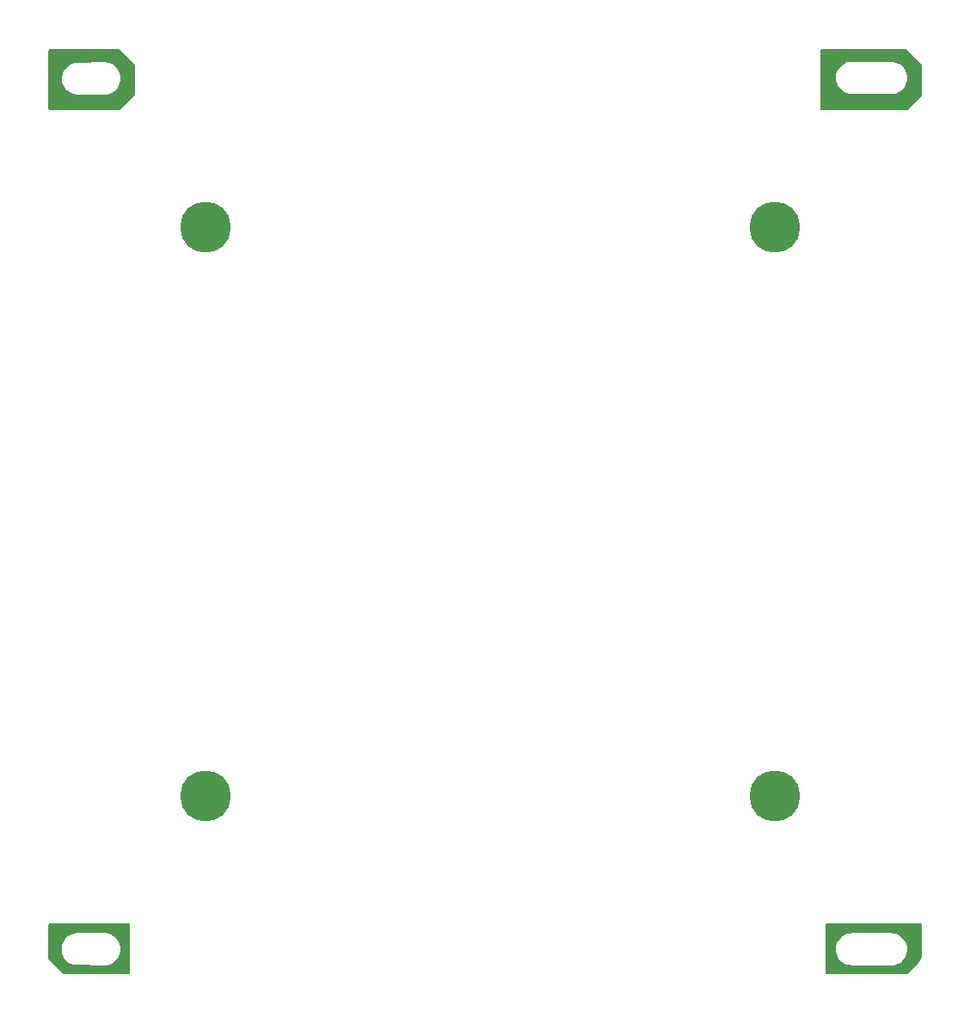
<source format=gbr>
%TF.GenerationSoftware,KiCad,Pcbnew,(6.0.2-0)*%
%TF.CreationDate,2023-01-12T00:58:35-06:00*%
%TF.ProjectId,cosmic_watch_remix_V1,636f736d-6963-45f7-9761-7463685f7265,rev?*%
%TF.SameCoordinates,Original*%
%TF.FileFunction,Soldermask,Bot*%
%TF.FilePolarity,Negative*%
%FSLAX46Y46*%
G04 Gerber Fmt 4.6, Leading zero omitted, Abs format (unit mm)*
G04 Created by KiCad (PCBNEW (6.0.2-0)) date 2023-01-12 00:58:35*
%MOMM*%
%LPD*%
G01*
G04 APERTURE LIST*
%ADD10C,5.000000*%
G04 APERTURE END LIST*
D10*
%TO.C,*%
X36000000Y-122000000D03*
%TD*%
%TO.C,*%
X92000000Y-66000000D03*
%TD*%
%TO.C,*%
X92000000Y-122000000D03*
%TD*%
%TO.C,*%
X36000000Y-66000000D03*
%TD*%
G36*
X28442121Y-134520002D02*
G01*
X28488614Y-134573658D01*
X28500000Y-134626000D01*
X28500000Y-139374000D01*
X28479998Y-139442121D01*
X28426342Y-139488614D01*
X28374000Y-139500000D01*
X22052190Y-139500000D01*
X21984069Y-139479998D01*
X21963095Y-139463095D01*
X20536905Y-138036905D01*
X20502879Y-137974593D01*
X20500000Y-137947810D01*
X20500000Y-137121781D01*
X21788843Y-137121781D01*
X21789471Y-137131709D01*
X21823378Y-137368565D01*
X21825559Y-137378262D01*
X21896328Y-137606838D01*
X21900008Y-137616069D01*
X22005868Y-137830650D01*
X22010960Y-137839197D01*
X22149281Y-138034446D01*
X22155640Y-138042066D01*
X22322978Y-138213119D01*
X22330457Y-138219643D01*
X22522627Y-138362221D01*
X22531050Y-138367493D01*
X22743262Y-138478043D01*
X22752405Y-138481922D01*
X22979371Y-138557692D01*
X22989026Y-138560087D01*
X23225180Y-138599202D01*
X23234882Y-138600044D01*
X25977446Y-138624984D01*
X25982939Y-138624793D01*
X26225559Y-138605698D01*
X26235306Y-138604155D01*
X26469813Y-138547854D01*
X26479198Y-138544805D01*
X26702009Y-138452514D01*
X26710803Y-138448033D01*
X26916437Y-138322020D01*
X26924419Y-138316220D01*
X27107807Y-138159593D01*
X27114782Y-138152618D01*
X27271409Y-137969230D01*
X27277209Y-137961248D01*
X27403222Y-137755614D01*
X27407703Y-137746820D01*
X27499994Y-137524009D01*
X27503043Y-137514624D01*
X27559344Y-137280117D01*
X27560887Y-137270370D01*
X27579810Y-137029939D01*
X27579810Y-137020079D01*
X27560887Y-136779648D01*
X27559344Y-136769901D01*
X27503043Y-136535394D01*
X27499994Y-136526009D01*
X27407703Y-136303198D01*
X27403222Y-136294404D01*
X27277209Y-136088770D01*
X27271409Y-136080788D01*
X27114782Y-135897400D01*
X27107807Y-135890425D01*
X26924419Y-135733798D01*
X26916437Y-135727998D01*
X26710803Y-135601985D01*
X26702009Y-135597504D01*
X26479198Y-135505213D01*
X26469813Y-135502164D01*
X26235306Y-135445863D01*
X26225559Y-135444320D01*
X25982952Y-135425226D01*
X25977428Y-135425035D01*
X23283852Y-135450756D01*
X23276134Y-135451305D01*
X23037841Y-135483043D01*
X23028144Y-135485124D01*
X22798870Y-135553660D01*
X22789615Y-135557244D01*
X22574003Y-135661005D01*
X22565411Y-135666010D01*
X22368813Y-135802420D01*
X22361137Y-135808698D01*
X22188451Y-135974359D01*
X22181856Y-135981771D01*
X22037408Y-136172535D01*
X22032050Y-136180911D01*
X21919429Y-136392035D01*
X21915463Y-136401135D01*
X21837473Y-136627360D01*
X21834990Y-136636967D01*
X21793581Y-136872647D01*
X21792640Y-136882532D01*
X21788843Y-137121781D01*
X20500000Y-137121781D01*
X20500000Y-134626000D01*
X20520002Y-134557879D01*
X20573658Y-134511386D01*
X20626000Y-134500000D01*
X28374000Y-134500000D01*
X28442121Y-134520002D01*
G37*
G36*
X27515931Y-48520002D02*
G01*
X27536905Y-48536905D01*
X28963095Y-49963095D01*
X28997121Y-50025407D01*
X29000000Y-50052190D01*
X29000000Y-52947810D01*
X28979998Y-53015931D01*
X28963095Y-53036905D01*
X27536905Y-54463095D01*
X27474593Y-54497121D01*
X27447810Y-54500000D01*
X20626000Y-54500000D01*
X20557879Y-54479998D01*
X20511386Y-54426342D01*
X20500000Y-54374000D01*
X20500000Y-51461772D01*
X21818645Y-51461772D01*
X21819273Y-51471700D01*
X21853180Y-51708556D01*
X21855361Y-51718253D01*
X21926130Y-51946829D01*
X21929810Y-51956060D01*
X22035670Y-52170641D01*
X22040762Y-52179188D01*
X22179083Y-52374437D01*
X22185442Y-52382057D01*
X22352780Y-52553110D01*
X22360259Y-52559634D01*
X22552429Y-52702212D01*
X22560852Y-52707484D01*
X22773064Y-52818034D01*
X22782207Y-52821913D01*
X23009173Y-52897683D01*
X23018828Y-52900078D01*
X23254982Y-52939193D01*
X23264684Y-52940035D01*
X26007248Y-52964975D01*
X26012741Y-52964784D01*
X26255361Y-52945689D01*
X26265108Y-52944146D01*
X26499615Y-52887845D01*
X26509000Y-52884796D01*
X26731811Y-52792505D01*
X26740605Y-52788024D01*
X26946239Y-52662011D01*
X26954221Y-52656211D01*
X27137609Y-52499584D01*
X27144584Y-52492609D01*
X27301211Y-52309221D01*
X27307011Y-52301239D01*
X27433024Y-52095605D01*
X27437505Y-52086811D01*
X27529796Y-51864000D01*
X27532845Y-51854615D01*
X27589146Y-51620108D01*
X27590689Y-51610361D01*
X27609612Y-51369930D01*
X27609612Y-51360070D01*
X27590689Y-51119639D01*
X27589146Y-51109892D01*
X27532845Y-50875385D01*
X27529796Y-50866000D01*
X27437505Y-50643189D01*
X27433024Y-50634395D01*
X27307011Y-50428761D01*
X27301211Y-50420779D01*
X27144584Y-50237391D01*
X27137609Y-50230416D01*
X26954221Y-50073789D01*
X26946239Y-50067989D01*
X26740605Y-49941976D01*
X26731811Y-49937495D01*
X26509000Y-49845204D01*
X26499615Y-49842155D01*
X26265108Y-49785854D01*
X26255361Y-49784311D01*
X26012754Y-49765217D01*
X26007230Y-49765026D01*
X23313654Y-49790747D01*
X23305936Y-49791296D01*
X23067643Y-49823034D01*
X23057946Y-49825115D01*
X22828672Y-49893651D01*
X22819417Y-49897235D01*
X22603805Y-50000996D01*
X22595213Y-50006001D01*
X22398615Y-50142411D01*
X22390939Y-50148689D01*
X22218253Y-50314350D01*
X22211658Y-50321762D01*
X22067210Y-50512526D01*
X22061852Y-50520902D01*
X21949231Y-50732026D01*
X21945265Y-50741126D01*
X21867275Y-50967351D01*
X21864792Y-50976958D01*
X21823383Y-51212638D01*
X21822442Y-51222523D01*
X21818645Y-51461772D01*
X20500000Y-51461772D01*
X20500000Y-48626000D01*
X20520002Y-48557879D01*
X20573658Y-48511386D01*
X20626000Y-48500000D01*
X27447810Y-48500000D01*
X27515931Y-48520002D01*
G37*
G36*
X105015931Y-48520002D02*
G01*
X105036905Y-48536905D01*
X106463095Y-49963095D01*
X106497121Y-50025407D01*
X106500000Y-50052190D01*
X106500000Y-52947810D01*
X106479998Y-53015931D01*
X106463095Y-53036905D01*
X105036905Y-54463095D01*
X104974593Y-54497121D01*
X104947810Y-54500000D01*
X96626000Y-54500000D01*
X96557879Y-54479998D01*
X96511386Y-54426342D01*
X96500000Y-54374000D01*
X96500000Y-51270002D01*
X98035515Y-51270002D01*
X98050713Y-51509146D01*
X98052134Y-51519028D01*
X98104926Y-51752768D01*
X98107888Y-51762295D01*
X98196950Y-51984761D01*
X98201377Y-51993693D01*
X98324469Y-52199292D01*
X98330263Y-52207428D01*
X98484290Y-52390989D01*
X98491284Y-52398096D01*
X98672387Y-52555023D01*
X98680421Y-52560939D01*
X98884039Y-52687276D01*
X98892910Y-52691850D01*
X99113939Y-52784432D01*
X99123406Y-52787541D01*
X99356280Y-52844035D01*
X99366136Y-52845613D01*
X99607930Y-52864835D01*
X99612087Y-52865027D01*
X103457104Y-52914962D01*
X103462879Y-52914773D01*
X103705361Y-52895689D01*
X103715108Y-52894146D01*
X103949615Y-52837845D01*
X103959000Y-52834796D01*
X104181811Y-52742505D01*
X104190605Y-52738024D01*
X104396239Y-52612011D01*
X104404221Y-52606211D01*
X104587609Y-52449584D01*
X104594584Y-52442609D01*
X104751211Y-52259221D01*
X104757011Y-52251239D01*
X104883024Y-52045605D01*
X104887505Y-52036811D01*
X104979796Y-51814000D01*
X104982845Y-51804615D01*
X105039146Y-51570108D01*
X105040689Y-51560361D01*
X105059612Y-51319930D01*
X105059612Y-51310070D01*
X105040689Y-51069639D01*
X105039146Y-51059892D01*
X104982845Y-50825385D01*
X104979796Y-50816000D01*
X104887505Y-50593189D01*
X104883024Y-50584395D01*
X104757011Y-50378761D01*
X104751211Y-50370779D01*
X104594584Y-50187391D01*
X104587609Y-50180416D01*
X104404221Y-50023789D01*
X104396239Y-50017989D01*
X104190605Y-49891976D01*
X104181811Y-49887495D01*
X103959000Y-49795204D01*
X103949615Y-49792155D01*
X103715108Y-49735854D01*
X103705361Y-49734311D01*
X103462475Y-49715195D01*
X103457512Y-49715001D01*
X99661477Y-49715793D01*
X99658468Y-49715865D01*
X99415614Y-49727433D01*
X99405727Y-49728695D01*
X99171173Y-49777773D01*
X99161601Y-49780583D01*
X98937744Y-49866106D01*
X98928747Y-49870388D01*
X98721212Y-49990209D01*
X98713004Y-49995859D01*
X98527006Y-50146966D01*
X98519795Y-50153842D01*
X98360017Y-50332430D01*
X98353970Y-50340375D01*
X98224416Y-50541964D01*
X98219708Y-50550750D01*
X98123626Y-50770291D01*
X98120370Y-50779700D01*
X98060184Y-51011662D01*
X98058452Y-51021486D01*
X98035674Y-51260027D01*
X98035515Y-51270002D01*
X96500000Y-51270002D01*
X96500000Y-48626000D01*
X96520002Y-48557879D01*
X96573658Y-48511386D01*
X96626000Y-48500000D01*
X104947810Y-48500000D01*
X105015931Y-48520002D01*
G37*
G36*
X106442121Y-134520002D02*
G01*
X106488614Y-134573658D01*
X106500000Y-134626000D01*
X106500000Y-137743332D01*
X106483935Y-137804898D01*
X106316682Y-138103550D01*
X106311512Y-138111986D01*
X106164355Y-138332222D01*
X106148685Y-138351315D01*
X105036905Y-139463095D01*
X104974593Y-139497121D01*
X104947810Y-139500000D01*
X97126000Y-139500000D01*
X97057879Y-139479998D01*
X97011386Y-139426342D01*
X97000000Y-139374000D01*
X97000000Y-137014606D01*
X98005528Y-137014606D01*
X98020726Y-137253750D01*
X98022147Y-137263632D01*
X98074940Y-137497373D01*
X98077900Y-137506892D01*
X98166964Y-137729368D01*
X98171391Y-137738299D01*
X98294482Y-137943896D01*
X98300276Y-137952032D01*
X98454303Y-138135593D01*
X98461297Y-138142700D01*
X98642400Y-138299627D01*
X98650434Y-138305543D01*
X98854052Y-138431880D01*
X98862923Y-138436454D01*
X99083952Y-138529036D01*
X99093419Y-138532145D01*
X99326293Y-138588639D01*
X99336149Y-138590217D01*
X99577943Y-138609439D01*
X99582100Y-138609631D01*
X103427117Y-138659566D01*
X103432892Y-138659377D01*
X103675374Y-138640293D01*
X103685121Y-138638750D01*
X103919628Y-138582449D01*
X103929013Y-138579400D01*
X104151824Y-138487109D01*
X104160618Y-138482628D01*
X104366252Y-138356615D01*
X104374234Y-138350815D01*
X104557622Y-138194188D01*
X104564597Y-138187213D01*
X104721224Y-138003825D01*
X104727024Y-137995843D01*
X104853037Y-137790209D01*
X104857518Y-137781415D01*
X104949809Y-137558604D01*
X104952858Y-137549219D01*
X105009159Y-137314712D01*
X105010702Y-137304965D01*
X105029625Y-137064534D01*
X105029625Y-137054674D01*
X105010702Y-136814243D01*
X105009159Y-136804496D01*
X104952858Y-136569989D01*
X104949809Y-136560604D01*
X104857518Y-136337793D01*
X104853037Y-136328999D01*
X104727024Y-136123365D01*
X104721224Y-136115383D01*
X104564597Y-135931995D01*
X104557622Y-135925020D01*
X104374234Y-135768393D01*
X104366252Y-135762593D01*
X104160618Y-135636580D01*
X104151824Y-135632099D01*
X103929013Y-135539808D01*
X103919628Y-135536759D01*
X103685121Y-135480458D01*
X103675374Y-135478915D01*
X103432488Y-135459799D01*
X103427525Y-135459605D01*
X99631490Y-135460397D01*
X99628481Y-135460469D01*
X99385627Y-135472037D01*
X99375740Y-135473299D01*
X99141186Y-135522377D01*
X99131614Y-135525187D01*
X98907757Y-135610710D01*
X98898760Y-135614992D01*
X98691225Y-135734813D01*
X98683017Y-135740463D01*
X98497019Y-135891570D01*
X98489808Y-135898446D01*
X98330030Y-136077034D01*
X98323983Y-136084979D01*
X98194429Y-136286568D01*
X98189721Y-136295354D01*
X98093639Y-136514895D01*
X98090383Y-136524304D01*
X98030197Y-136756266D01*
X98028465Y-136766090D01*
X98005687Y-137004631D01*
X98005528Y-137014606D01*
X97000000Y-137014606D01*
X97000000Y-134626000D01*
X97020002Y-134557879D01*
X97073658Y-134511386D01*
X97126000Y-134500000D01*
X106374000Y-134500000D01*
X106442121Y-134520002D01*
G37*
M02*

</source>
